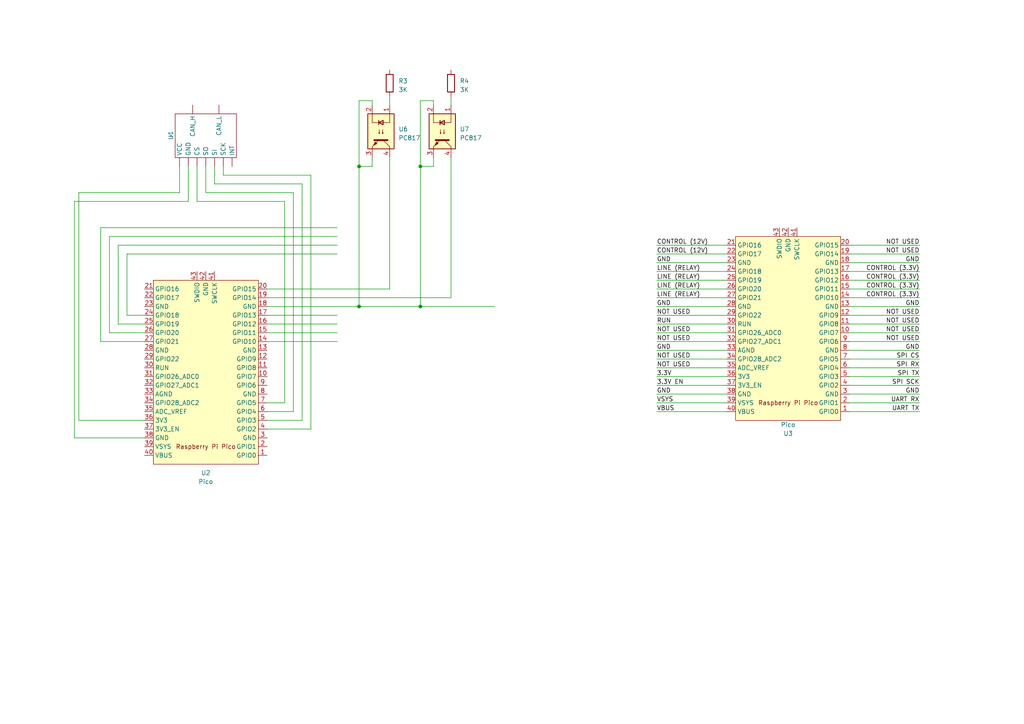
<source format=kicad_sch>
(kicad_sch (version 20230121) (generator eeschema)
  (paper "A4")
  (lib_symbols
    (symbol "Custom:Can_Bus_Module_(MCP2515)"
      (property "Reference" "U" (at 0 0 0))
      (symbol "Can_Bus_Module_(MCP2515)_0_1"
        (rectangle (start -6.35 -1.27) (end 6.35 -19.05))
      )
      (symbol "Can_Bus_Module_(MCP2515)_1_1"
        (pin bidirectional line (at 8.89 -6.35 180) (length 2.54) (name "CAN_H") (number ""))
        (pin bidirectional line (at 8.89 -13.97 180) (length 2.54) (name "CAN_L") (number ""))
        (pin input line (at -8.89 -7.62 0) (length 2.54) (name "CS") (number ""))
        (pin input line (at -8.89 -5.08 0) (length 2.54) (name "GND") (number ""))
        (pin input line (at -8.89 -17.78 0) (length 2.54) (name "INT") (number ""))
        (pin input line (at -8.89 -15.24 0) (length 2.54) (name "SCK") (number ""))
        (pin input line (at -8.89 -12.7 0) (length 2.54) (name "SI") (number ""))
        (pin input line (at -8.89 -10.16 0) (length 2.54) (name "SO") (number ""))
        (pin input line (at -8.89 -2.54 0) (length 2.54) (name "VCC") (number ""))
      )
    )
    (symbol "Device:R" (pin_numbers hide) (pin_names (offset 0))
      (property "Reference" "R" (at 2.032 0 90))
      (property "Value" "R" (at 0 0 90))
      (symbol "R_0_1"
        (rectangle (start -1.016 -2.54) (end 1.016 2.54) (stroke (width 0.254)))
      )
      (symbol "R_1_1"
        (pin passive line (at 0 3.81 270) (length 1.27) (name "~") (number "1"))
        (pin passive line (at 0 -3.81 90) (length 1.27) (name "~") (number "2"))
      )
    )
    (symbol "Isolator:PC817" (pin_names (offset 1.016))
      (property "Reference" "U" (at -5.08 5.08 0))
      (property "Value" "PC817" (at 0 5.08 0))
      (symbol "PC817_0_1"
        (rectangle (start -5.08 3.81) (end 5.08 -3.81) (stroke (width 0.254)) (fill (type background)))
        (polyline (pts (xy -3.175 -0.635) (xy -1.905 -0.635)) (stroke (width 0.254)))
        (polyline (pts (xy 2.54 0.635) (xy 4.445 2.54)))
        (polyline (pts (xy 4.445 -2.54) (xy 2.54 -0.635)) (fill (type outline)))
        (polyline (pts (xy 4.445 -2.54) (xy 5.08 -2.54)))
        (polyline (pts (xy 4.445 2.54) (xy 5.08 2.54)))
        (polyline (pts (xy -5.08 2.54) (xy -2.54 2.54) (xy -2.54 -0.635)))
        (polyline (pts (xy -2.54 -0.635) (xy -2.54 -2.54) (xy -5.08 -2.54)))
        (polyline (pts (xy 2.54 1.905) (xy 2.54 -1.905) (xy 2.54 -1.905)) (stroke (width 0.508)))
        (polyline (pts (xy -2.54 -0.635) (xy -3.175 0.635) (xy -1.905 0.635) (xy -2.54 -0.635)) (stroke (width 0.254)))
        (polyline (pts (xy -0.508 -0.508) (xy 0.762 -0.508) (xy 0.381 -0.635) (xy 0.381 -0.381) (xy 0.762 -0.508)))
        (polyline (pts (xy -0.508 0.508) (xy 0.762 0.508) (xy 0.381 0.381) (xy 0.381 0.635) (xy 0.762 0.508)))
        (polyline (pts (xy 3.048 -1.651) (xy 3.556 -1.143) (xy 4.064 -2.159) (xy 3.048 -1.651) (xy 3.048 -1.651)) (fill (type outline)))
      )
      (symbol "PC817_1_1"
        (pin passive line (at -7.62 2.54 0) (length 2.54) (name "~") (number "1"))
        (pin passive line (at -7.62 -2.54 0) (length 2.54) (name "~") (number "2"))
        (pin passive line (at 7.62 -2.54 180) (length 2.54) (name "~") (number "3"))
        (pin passive line (at 7.62 2.54 180) (length 2.54) (name "~") (number "4"))
      )
    )
    (symbol "Raspberry Pi:Pico"
      (property "Reference" "U" (at -13.97 27.94 0))
      (property "Value" "Pico" (at 0 19.05 0))
      (symbol "Pico_0_0"
        (text "Raspberry Pi Pico" (at 0 21.59 0) (effects (font (size 1.27 1.27))))
      )
      (symbol "Pico_0_1"
        (rectangle (start -15.24 26.67) (end 15.24 -26.67) (fill (type background)))
      )
      (symbol "Pico_1_1"
        (pin bidirectional line (at -17.78 24.13 0) (length 2.54) (name "GPIO0") (number "1"))
        (pin bidirectional line (at -17.78 1.27 0) (length 2.54) (name "GPIO7") (number "10"))
        (pin bidirectional line (at -17.78 -1.27 0) (length 2.54) (name "GPIO8") (number "11"))
        (pin bidirectional line (at -17.78 -3.81 0) (length 2.54) (name "GPIO9") (number "12"))
        (pin power_in line (at -17.78 -6.35 0) (length 2.54) (name "GND") (number "13"))
        (pin bidirectional line (at -17.78 -8.89 0) (length 2.54) (name "GPIO10") (number "14"))
        (pin bidirectional line (at -17.78 -11.43 0) (length 2.54) (name "GPIO11") (number "15"))
        (pin bidirectional line (at -17.78 -13.97 0) (length 2.54) (name "GPIO12") (number "16"))
        (pin bidirectional line (at -17.78 -16.51 0) (length 2.54) (name "GPIO13") (number "17"))
        (pin power_in line (at -17.78 -19.05 0) (length 2.54) (name "GND") (number "18"))
        (pin bidirectional line (at -17.78 -21.59 0) (length 2.54) (name "GPIO14") (number "19"))
        (pin bidirectional line (at -17.78 21.59 0) (length 2.54) (name "GPIO1") (number "2"))
        (pin bidirectional line (at -17.78 -24.13 0) (length 2.54) (name "GPIO15") (number "20"))
        (pin bidirectional line (at 17.78 -24.13 180) (length 2.54) (name "GPIO16") (number "21"))
        (pin bidirectional line (at 17.78 -21.59 180) (length 2.54) (name "GPIO17") (number "22"))
        (pin power_in line (at 17.78 -19.05 180) (length 2.54) (name "GND") (number "23"))
        (pin bidirectional line (at 17.78 -16.51 180) (length 2.54) (name "GPIO18") (number "24"))
        (pin bidirectional line (at 17.78 -13.97 180) (length 2.54) (name "GPIO19") (number "25"))
        (pin bidirectional line (at 17.78 -11.43 180) (length 2.54) (name "GPIO20") (number "26"))
        (pin bidirectional line (at 17.78 -8.89 180) (length 2.54) (name "GPIO21") (number "27"))
        (pin power_in line (at 17.78 -6.35 180) (length 2.54) (name "GND") (number "28"))
        (pin bidirectional line (at 17.78 -3.81 180) (length 2.54) (name "GPIO22") (number "29"))
        (pin power_in line (at -17.78 19.05 0) (length 2.54) (name "GND") (number "3"))
        (pin input line (at 17.78 -1.27 180) (length 2.54) (name "RUN") (number "30"))
        (pin bidirectional line (at 17.78 1.27 180) (length 2.54) (name "GPIO26_ADC0") (number "31"))
        (pin bidirectional line (at 17.78 3.81 180) (length 2.54) (name "GPIO27_ADC1") (number "32"))
        (pin power_in line (at 17.78 6.35 180) (length 2.54) (name "AGND") (number "33"))
        (pin bidirectional line (at 17.78 8.89 180) (length 2.54) (name "GPIO28_ADC2") (number "34"))
        (pin power_in line (at 17.78 11.43 180) (length 2.54) (name "ADC_VREF") (number "35"))
        (pin power_in line (at 17.78 13.97 180) (length 2.54) (name "3V3") (number "36"))
        (pin input line (at 17.78 16.51 180) (length 2.54) (name "3V3_EN") (number "37"))
        (pin bidirectional line (at 17.78 19.05 180) (length 2.54) (name "GND") (number "38"))
        (pin power_in line (at 17.78 21.59 180) (length 2.54) (name "VSYS") (number "39"))
        (pin bidirectional line (at -17.78 16.51 0) (length 2.54) (name "GPIO2") (number "4"))
        (pin power_in line (at 17.78 24.13 180) (length 2.54) (name "VBUS") (number "40"))
        (pin input line (at -2.54 -29.21 90) (length 2.54) (name "SWCLK") (number "41"))
        (pin power_in line (at 0 -29.21 90) (length 2.54) (name "GND") (number "42"))
        (pin bidirectional line (at 2.54 -29.21 90) (length 2.54) (name "SWDIO") (number "43"))
        (pin bidirectional line (at -17.78 13.97 0) (length 2.54) (name "GPIO3") (number "5"))
        (pin bidirectional line (at -17.78 11.43 0) (length 2.54) (name "GPIO4") (number "6"))
        (pin bidirectional line (at -17.78 8.89 0) (length 2.54) (name "GPIO5") (number "7"))
        (pin power_in line (at -17.78 6.35 0) (length 2.54) (name "GND") (number "8"))
        (pin bidirectional line (at -17.78 3.81 0) (length 2.54) (name "GPIO6") (number "9"))
      )
    )
  )
  (junction (at 104.14 88.9))
  (junction (at 121.92 48.26))
  (junction (at 104.14 48.26))
  (junction (at 121.92 88.9))
  (wire (pts (xy 266.7 81.28) (xy 246.38 81.28)))
  (wire (pts (xy 104.14 88.9) (xy 121.92 88.9)))
  (wire (pts (xy 266.7 71.12) (xy 246.38 71.12)))
  (wire (pts (xy 29.21 99.06) (xy 29.21 66.04)))
  (wire (pts (xy 210.82 114.3) (xy 190.5 114.3)))
  (wire (pts (xy 77.47 93.98) (xy 97.79 93.98)))
  (wire (pts (xy 266.7 86.36) (xy 246.38 86.36)))
  (wire (pts (xy 62.23 48.26) (xy 62.23 53.34)))
  (wire (pts (xy 41.91 121.92) (xy 22.86 121.92)))
  (wire (pts (xy 210.82 96.52) (xy 190.5 96.52)))
  (wire (pts (xy 107.95 29.21) (xy 104.14 29.21)))
  (wire (pts (xy 107.95 45.72) (xy 107.95 48.26)))
  (wire (pts (xy 210.82 81.28) (xy 190.5 81.28)))
  (wire (pts (xy 210.82 91.44) (xy 190.5 91.44)))
  (wire (pts (xy 266.7 119.38) (xy 246.38 119.38)))
  (wire (pts (xy 266.7 101.6) (xy 246.38 101.6)))
  (wire (pts (xy 130.81 45.72) (xy 130.81 86.36)))
  (wire (pts (xy 41.91 93.98) (xy 34.29 93.98)))
  (wire (pts (xy 210.82 101.6) (xy 190.5 101.6)))
  (wire (pts (xy 266.7 78.74) (xy 246.38 78.74)))
  (wire (pts (xy 104.14 48.26) (xy 104.14 88.9)))
  (wire (pts (xy 41.91 96.52) (xy 31.75 96.52)))
  (wire (pts (xy 266.7 114.3) (xy 246.38 114.3)))
  (wire (pts (xy 90.17 124.46) (xy 77.47 124.46)))
  (wire (pts (xy 266.7 106.68) (xy 246.38 106.68)))
  (wire (pts (xy 210.82 78.74) (xy 190.5 78.74)))
  (wire (pts (xy 77.47 91.44) (xy 97.79 91.44)))
  (wire (pts (xy 54.61 58.42) (xy 54.61 48.26)))
  (wire (pts (xy 64.77 48.26) (xy 64.77 50.8)))
  (wire (pts (xy 21.59 58.42) (xy 54.61 58.42)))
  (wire (pts (xy 85.09 119.38) (xy 77.47 119.38)))
  (wire (pts (xy 210.82 71.12) (xy 190.5 71.12)))
  (wire (pts (xy 121.92 88.9) (xy 143.51 88.9)))
  (wire (pts (xy 130.81 27.94) (xy 130.81 30.48)))
  (wire (pts (xy 41.91 99.06) (xy 29.21 99.06)))
  (wire (pts (xy 59.69 55.88) (xy 85.09 55.88)))
  (wire (pts (xy 125.73 45.72) (xy 125.73 48.26)))
  (wire (pts (xy 104.14 48.26) (xy 107.95 48.26)))
  (wire (pts (xy 121.92 29.21) (xy 121.92 48.26)))
  (wire (pts (xy 266.7 88.9) (xy 246.38 88.9)))
  (wire (pts (xy 64.77 50.8) (xy 90.17 50.8)))
  (wire (pts (xy 22.86 55.88) (xy 52.07 55.88)))
  (wire (pts (xy 266.7 83.82) (xy 246.38 83.82)))
  (wire (pts (xy 82.55 58.42) (xy 82.55 116.84)))
  (wire (pts (xy 62.23 53.34) (xy 87.63 53.34)))
  (wire (pts (xy 107.95 29.21) (xy 107.95 30.48)))
  (wire (pts (xy 210.82 104.14) (xy 190.5 104.14)))
  (wire (pts (xy 77.47 83.82) (xy 113.03 83.82)))
  (wire (pts (xy 87.63 121.92) (xy 77.47 121.92)))
  (wire (pts (xy 85.09 55.88) (xy 85.09 119.38)))
  (wire (pts (xy 34.29 93.98) (xy 34.29 71.12)))
  (wire (pts (xy 210.82 111.76) (xy 190.5 111.76)))
  (wire (pts (xy 266.7 99.06) (xy 246.38 99.06)))
  (wire (pts (xy 34.29 71.12) (xy 97.79 71.12)))
  (wire (pts (xy 57.15 58.42) (xy 82.55 58.42)))
  (wire (pts (xy 266.7 91.44) (xy 246.38 91.44)))
  (wire (pts (xy 36.83 73.66) (xy 97.79 73.66)))
  (wire (pts (xy 210.82 88.9) (xy 190.5 88.9)))
  (wire (pts (xy 266.7 96.52) (xy 246.38 96.52)))
  (wire (pts (xy 266.7 109.22) (xy 246.38 109.22)))
  (wire (pts (xy 210.82 116.84) (xy 190.5 116.84)))
  (wire (pts (xy 210.82 73.66) (xy 190.5 73.66)))
  (wire (pts (xy 77.47 96.52) (xy 97.79 96.52)))
  (wire (pts (xy 210.82 99.06) (xy 190.5 99.06)))
  (wire (pts (xy 210.82 83.82) (xy 190.5 83.82)))
  (wire (pts (xy 77.47 86.36) (xy 130.81 86.36)))
  (wire (pts (xy 266.7 76.2) (xy 246.38 76.2)))
  (wire (pts (xy 22.86 121.92) (xy 22.86 55.88)))
  (wire (pts (xy 59.69 48.26) (xy 59.69 55.88)))
  (wire (pts (xy 87.63 53.34) (xy 87.63 121.92)))
  (wire (pts (xy 266.7 73.66) (xy 246.38 73.66)))
  (wire (pts (xy 31.75 68.58) (xy 97.79 68.58)))
  (wire (pts (xy 36.83 91.44) (xy 36.83 73.66)))
  (wire (pts (xy 41.91 91.44) (xy 36.83 91.44)))
  (wire (pts (xy 121.92 48.26) (xy 125.73 48.26)))
  (wire (pts (xy 21.59 127) (xy 21.59 58.42)))
  (wire (pts (xy 210.82 76.2) (xy 190.5 76.2)))
  (wire (pts (xy 77.47 88.9) (xy 104.14 88.9)))
  (wire (pts (xy 210.82 106.68) (xy 190.5 106.68)))
  (wire (pts (xy 266.7 93.98) (xy 246.38 93.98)))
  (wire (pts (xy 113.03 27.94) (xy 113.03 30.48)))
  (wire (pts (xy 90.17 50.8) (xy 90.17 124.46)))
  (wire (pts (xy 266.7 111.76) (xy 246.38 111.76)))
  (wire (pts (xy 82.55 116.84) (xy 77.47 116.84)))
  (wire (pts (xy 125.73 30.48) (xy 125.73 29.21)))
  (wire (pts (xy 266.7 116.84) (xy 246.38 116.84)))
  (wire (pts (xy 210.82 109.22) (xy 190.5 109.22)))
  (wire (pts (xy 57.15 48.26) (xy 57.15 58.42)))
  (wire (pts (xy 210.82 93.98) (xy 190.5 93.98)))
  (wire (pts (xy 125.73 29.21) (xy 121.92 29.21)))
  (wire (pts (xy 113.03 45.72) (xy 113.03 83.82)))
  (wire (pts (xy 52.07 48.26) (xy 52.07 55.88)))
  (wire (pts (xy 210.82 86.36) (xy 190.5 86.36)))
  (wire (pts (xy 77.47 99.06) (xy 97.79 99.06)))
  (wire (pts (xy 29.21 66.04) (xy 97.79 66.04)))
  (wire (pts (xy 266.7 104.14) (xy 246.38 104.14)))
  (wire (pts (xy 210.82 119.38) (xy 190.5 119.38)))
  (wire (pts (xy 104.14 29.21) (xy 104.14 48.26)))
  (wire (pts (xy 41.91 127) (xy 21.59 127)))
  (wire (pts (xy 31.75 96.52) (xy 31.75 68.58)))
  (wire (pts (xy 121.92 48.26) (xy 121.92 88.9)))
  (label "SPI TX" (at 266.7 109.22 180))
  (label "NOT USED" (at 266.7 99.06 180))
  (label "NOT USED" (at 190.5 96.52 0))
  (label "NOT USED" (at 190.5 99.06 0))
  (label "LINE (RELAY)" (at 190.5 83.82 0))
  (label "CONTROL (12V)" (at 190.5 71.12 0))
  (label "VBUS" (at 190.5 119.38 0))
  (label "NOT USED" (at 190.5 91.44 0))
  (label "LINE (RELAY)" (at 190.5 86.36 0))
  (label "UART TX" (at 266.7 119.38 180))
  (label "NOT USED" (at 266.7 73.66 180))
  (label "CONTROL (12V)" (at 190.5 73.66 0))
  (label "GND" (at 266.7 114.3 180))
  (label "CONTROL (3.3V)" (at 266.7 83.82 180))
  (label "GND" (at 266.7 88.9 180))
  (label "NOT USED" (at 190.5 106.68 0))
  (label "GND" (at 190.5 101.6 0))
  (label "SPI SCK" (at 266.7 111.76 180))
  (label "LINE (RELAY)" (at 190.5 81.28 0))
  (label "GND" (at 190.5 88.9 0))
  (label "NOT USED" (at 266.7 93.98 180))
  (label "CONTROL (3.3V)" (at 266.7 86.36 180))
  (label "VSYS" (at 190.5 116.84 0))
  (label "LINE (RELAY)" (at 190.5 78.74 0))
  (label "NOT USED" (at 266.7 96.52 180))
  (label "CONTROL (3.3V)" (at 266.7 81.28 180))
  (label "GND" (at 190.5 76.2 0))
  (label "GND" (at 266.7 76.2 180))
  (label "GND" (at 266.7 101.6 180))
  (label "NOT USED" (at 190.5 104.14 0))
  (label "RUN" (at 190.5 93.98 0))
  (label "NOT USED" (at 266.7 91.44 180))
  (label "3.3V EN" (at 190.5 111.76 0))
  (label "NOT USED" (at 266.7 71.12 180))
  (label "UART RX" (at 266.7 116.84 180))
  (label "CONTROL (3.3V)" (at 266.7 78.74 180))
  (label "SPI RX" (at 266.7 106.68 180))
  (label "GND" (at 190.5 114.3 0))
  (label "SPI CS" (at 266.7 104.14 180))
  (label "3.3V" (at 190.5 109.22 0))
  (symbol (lib_id "Raspberry Pi:Pico") (at 228.6 95.25 180) (unit 1)
    (property "Reference" "U3" (at 228.6 125.73 0))
    (property "Value" "Pico" (at 228.6 123.19 0))
    (property "Footprint" "RPi_Pico:RPi_Pico_SMD_TH" (effects hide))
  )
  (symbol (lib_id "Custom:Can_Bus_Module_(MCP2515)") (at 49.53 39.37 90) (unit 1)
    (property "Reference" "U1" (at 49.53 40.64 0) (effects (justify left)))
    (property "Value" "~" (at 49.53 39.37 0))
  )
  (symbol (lib_id "Isolator:PC817") (at 110.49 38.1 270) (unit 1)
    (property "Reference" "U6" (at 115.57 37.465 90) (effects (justify left)))
    (property "Value" "PC817" (at 115.57 40.005 90) (effects (justify left)))
    (property "Footprint" "Package_DIP:DIP-4_W7.62mm" (effects hide))
    (property "Datasheet" "http://www.soselectronic.cz/a_info/resource/d/pc817.pdf" (effects hide))
  )
  (symbol (lib_id "Isolator:PC817") (at 128.27 38.1 270) (unit 1)
    (property "Reference" "U7" (at 133.35 37.465 90) (effects (justify left)))
    (property "Value" "PC817" (at 133.35 40.005 90) (effects (justify left)))
    (property "Footprint" "Package_DIP:DIP-4_W7.62mm" (effects hide))
    (property "Datasheet" "http://www.soselectronic.cz/a_info/resource/d/pc817.pdf" (effects hide))
  )
  (symbol (lib_id "Device:R") (at 113.03 24.13 180) (unit 1)
    (property "Reference" "R3" (at 115.57 23.495 0) (effects (justify right)))
    (property "Value" "3K" (at 115.57 26.035 0) (effects (justify right)))
  )
  (symbol (lib_id "Raspberry Pi:Pico") (at 59.69 107.95 180) (unit 1)
    (property "Reference" "U2" (at 59.69 137.16 0))
    (property "Value" "Pico" (at 59.69 139.7 0))
    (property "Footprint" "RPi_Pico:RPi_Pico_SMD_TH" (effects hide))
  )
  (symbol (lib_id "Device:R") (at 130.81 24.13 180) (unit 1)
    (property "Reference" "R4" (at 133.35 23.495 0) (effects (justify right)))
    (property "Value" "3K" (at 133.35 26.035 0) (effects (justify right)))
  )
)
</source>
